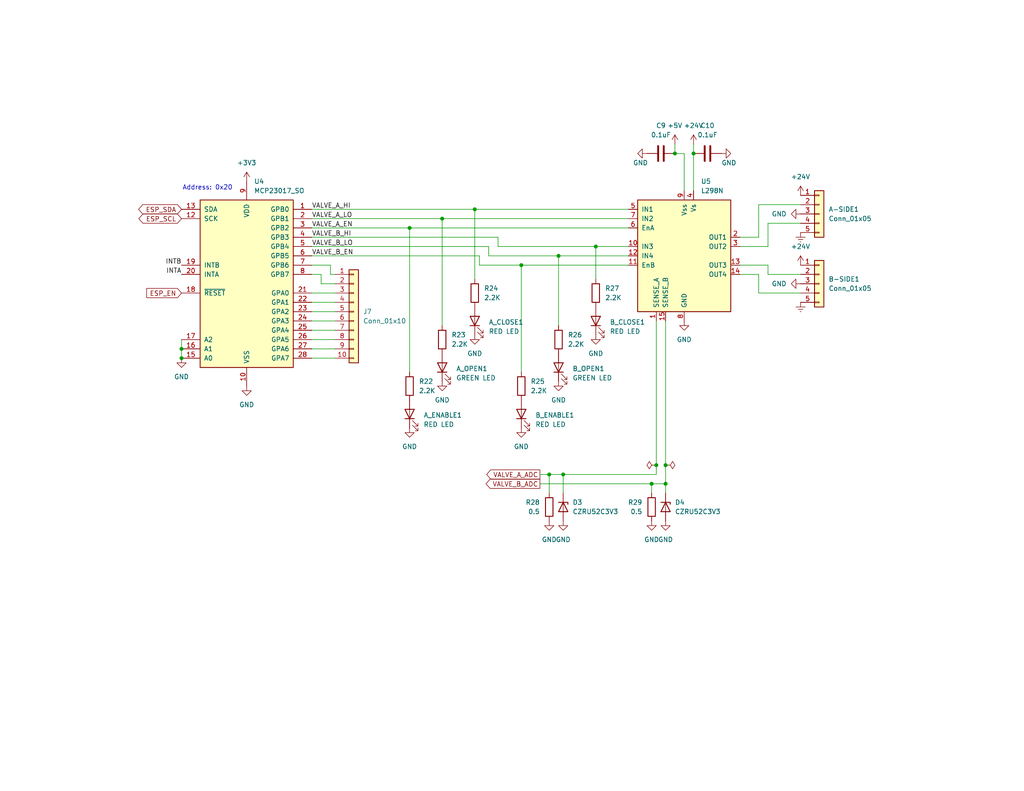
<source format=kicad_sch>
(kicad_sch (version 20211123) (generator eeschema)
  (paper "A")
  (title_block (title "Valve Control") (date "2022-10-17") (rev "1") (company "i3Detroit"))
  (lib_symbols
    (symbol "Connector_Generic:Conn_01x05" (pin_names (offset 1.016) hide)
      (property "Reference" "J" (at 0 7.62 0))
      (property "Value" "Conn_01x05" (at 0 -7.62 0))
      (symbol "Conn_01x05_1_1"
        (rectangle (start -1.27 -4.953) (end 0 -5.207) (stroke (width 0.1524)))
        (rectangle (start -1.27 -2.413) (end 0 -2.667) (stroke (width 0.1524)))
        (rectangle (start -1.27 0.127) (end 0 -0.127) (stroke (width 0.1524)))
        (rectangle (start -1.27 2.667) (end 0 2.413) (stroke (width 0.1524)))
        (rectangle (start -1.27 5.207) (end 0 4.953) (stroke (width 0.1524)))
        (rectangle (start -1.27 6.35) (end 1.27 -6.35) (stroke (width 0.254)) (fill (type background)))
        (pin passive line (at -5.08 5.08 0) (length 3.81) (name "Pin_1") (number "1"))
        (pin passive line (at -5.08 2.54 0) (length 3.81) (name "Pin_2") (number "2"))
        (pin passive line (at -5.08 0 0) (length 3.81) (name "Pin_3") (number "3"))
        (pin passive line (at -5.08 -2.54 0) (length 3.81) (name "Pin_4") (number "4"))
        (pin passive line (at -5.08 -5.08 0) (length 3.81) (name "Pin_5") (number "5"))
      )
    )
    (symbol "Connector_Generic:Conn_01x10" (pin_names (offset 1.016) hide)
      (property "Reference" "J" (at 0 12.7 0))
      (property "Value" "Conn_01x10" (at 0 -15.24 0))
      (symbol "Conn_01x10_1_1"
        (rectangle (start -1.27 -12.573) (end 0 -12.827) (stroke (width 0.1524)))
        (rectangle (start -1.27 -10.033) (end 0 -10.287) (stroke (width 0.1524)))
        (rectangle (start -1.27 -7.493) (end 0 -7.747) (stroke (width 0.1524)))
        (rectangle (start -1.27 -4.953) (end 0 -5.207) (stroke (width 0.1524)))
        (rectangle (start -1.27 -2.413) (end 0 -2.667) (stroke (width 0.1524)))
        (rectangle (start -1.27 0.127) (end 0 -0.127) (stroke (width 0.1524)))
        (rectangle (start -1.27 2.667) (end 0 2.413) (stroke (width 0.1524)))
        (rectangle (start -1.27 5.207) (end 0 4.953) (stroke (width 0.1524)))
        (rectangle (start -1.27 7.747) (end 0 7.493) (stroke (width 0.1524)))
        (rectangle (start -1.27 10.287) (end 0 10.033) (stroke (width 0.1524)))
        (rectangle (start -1.27 11.43) (end 1.27 -13.97) (stroke (width 0.254)) (fill (type background)))
        (pin passive line (at -5.08 10.16 0) (length 3.81) (name "Pin_1") (number "1"))
        (pin passive line (at -5.08 -12.7 0) (length 3.81) (name "Pin_10") (number "10"))
        (pin passive line (at -5.08 7.62 0) (length 3.81) (name "Pin_2") (number "2"))
        (pin passive line (at -5.08 5.08 0) (length 3.81) (name "Pin_3") (number "3"))
        (pin passive line (at -5.08 2.54 0) (length 3.81) (name "Pin_4") (number "4"))
        (pin passive line (at -5.08 0 0) (length 3.81) (name "Pin_5") (number "5"))
        (pin passive line (at -5.08 -2.54 0) (length 3.81) (name "Pin_6") (number "6"))
        (pin passive line (at -5.08 -5.08 0) (length 3.81) (name "Pin_7") (number "7"))
        (pin passive line (at -5.08 -7.62 0) (length 3.81) (name "Pin_8") (number "8"))
        (pin passive line (at -5.08 -10.16 0) (length 3.81) (name "Pin_9") (number "9"))
      )
    )
    (symbol "Device:C" (pin_numbers hide) (pin_names (offset 0.254))
      (property "Reference" "C" (at 0.635 2.54 0))
      (property "Value" "C" (at 0.635 -2.54 0))
      (symbol "C_0_1"
        (polyline (pts (xy -2.032 -0.762) (xy 2.032 -0.762)) (stroke (width 0.508)))
        (polyline (pts (xy -2.032 0.762) (xy 2.032 0.762)) (stroke (width 0.508)))
      )
      (symbol "C_1_1"
        (pin passive line (at 0 3.81 270) (length 2.794) (name "~") (number "1"))
        (pin passive line (at 0 -3.81 90) (length 2.794) (name "~") (number "2"))
      )
    )
    (symbol "Device:D_Zener" (pin_numbers hide) (pin_names (offset 1.016) hide)
      (property "Reference" "D" (at 0 2.54 0))
      (property "Value" "D_Zener" (at 0 -2.54 0))
      (symbol "D_Zener_0_1"
        (polyline (pts (xy 1.27 0) (xy -1.27 0)))
        (polyline (pts (xy -1.27 -1.27) (xy -1.27 1.27) (xy -0.762 1.27)) (stroke (width 0.254)))
        (polyline (pts (xy 1.27 -1.27) (xy 1.27 1.27) (xy -1.27 0) (xy 1.27 -1.27)) (stroke (width 0.254)))
      )
      (symbol "D_Zener_1_1"
        (pin passive line (at -3.81 0 0) (length 2.54) (name "K") (number "1"))
        (pin passive line (at 3.81 0 180) (length 2.54) (name "A") (number "2"))
      )
    )
    (symbol "Device:LED" (pin_numbers hide) (pin_names (offset 1.016) hide)
      (property "Reference" "D" (at 0 2.54 0))
      (property "Value" "LED" (at 0 -2.54 0))
      (symbol "LED_0_1"
        (polyline (pts (xy -1.27 -1.27) (xy -1.27 1.27)) (stroke (width 0.254)))
        (polyline (pts (xy -1.27 0) (xy 1.27 0)))
        (polyline (pts (xy 1.27 -1.27) (xy 1.27 1.27) (xy -1.27 0) (xy 1.27 -1.27)) (stroke (width 0.254)))
        (polyline (pts (xy -3.048 -0.762) (xy -4.572 -2.286) (xy -3.81 -2.286) (xy -4.572 -2.286) (xy -4.572 -1.524)))
        (polyline (pts (xy -1.778 -0.762) (xy -3.302 -2.286) (xy -2.54 -2.286) (xy -3.302 -2.286) (xy -3.302 -1.524)))
      )
      (symbol "LED_1_1"
        (pin passive line (at -3.81 0 0) (length 2.54) (name "K") (number "1"))
        (pin passive line (at 3.81 0 180) (length 2.54) (name "A") (number "2"))
      )
    )
    (symbol "Device:R" (pin_numbers hide) (pin_names (offset 0))
      (property "Reference" "R" (at 2.032 0 90))
      (property "Value" "R" (at 0 0 90))
      (symbol "R_0_1"
        (rectangle (start -1.016 -2.54) (end 1.016 2.54) (stroke (width 0.254)))
      )
      (symbol "R_1_1"
        (pin passive line (at 0 3.81 270) (length 1.27) (name "~") (number "1"))
        (pin passive line (at 0 -3.81 90) (length 1.27) (name "~") (number "2"))
      )
    )
    (symbol "Driver_Motor:L298N" (pin_names (offset 1.016))
      (property "Reference" "U" (at -10.16 16.51 0))
      (property "Value" "L298N" (at 12.7 16.51 0))
      (symbol "L298N_0_1"
        (rectangle (start -12.7 15.24) (end 12.7 -15.24) (stroke (width 0.254)) (fill (type background)))
      )
      (symbol "L298N_1_1"
        (pin power_in line (at -7.62 -17.78 90) (length 2.54) (name "SENSE_A") (number "1"))
        (pin input line (at -15.24 2.54 0) (length 2.54) (name "IN3") (number "10"))
        (pin input line (at -15.24 -2.54 0) (length 2.54) (name "EnB") (number "11"))
        (pin input line (at -15.24 0 0) (length 2.54) (name "IN4") (number "12"))
        (pin output line (at 15.24 -2.54 180) (length 2.54) (name "OUT3") (number "13"))
        (pin output line (at 15.24 -5.08 180) (length 2.54) (name "OUT4") (number "14"))
        (pin power_in line (at -5.08 -17.78 90) (length 2.54) (name "SENSE_B") (number "15"))
        (pin output line (at 15.24 5.08 180) (length 2.54) (name "OUT1") (number "2"))
        (pin output line (at 15.24 2.54 180) (length 2.54) (name "OUT2") (number "3"))
        (pin power_in line (at 2.54 17.78 270) (length 2.54) (name "Vs") (number "4"))
        (pin input line (at -15.24 12.7 0) (length 2.54) (name "IN1") (number "5"))
        (pin input line (at -15.24 7.62 0) (length 2.54) (name "EnA") (number "6"))
        (pin input line (at -15.24 10.16 0) (length 2.54) (name "IN2") (number "7"))
        (pin power_in line (at 0 -17.78 90) (length 2.54) (name "GND") (number "8"))
        (pin power_in line (at 0 17.78 270) (length 2.54) (name "Vss") (number "9"))
      )
    )
    (symbol "Interface_Expansion:MCP23017_SO" (pin_names (offset 1.016))
      (property "Reference" "U" (at -11.43 24.13 0))
      (property "Value" "MCP23017_SO" (at 0 0 0))
      (symbol "MCP23017_SO_0_1"
        (rectangle (start -12.7 22.86) (end 12.7 -22.86) (stroke (width 0.254)) (fill (type background)))
      )
      (symbol "MCP23017_SO_1_1"
        (pin bidirectional line (at 17.78 20.32 180) (length 5.08) (name "GPB0") (number "1"))
        (pin power_in line (at 0 -27.94 90) (length 5.08) (name "VSS") (number "10"))
        (pin no_connect line (at -12.7 15.24 0) (length 5.08) hide (name "NC") (number "11"))
        (pin input line (at -17.78 17.78 0) (length 5.08) (name "SCK") (number "12"))
        (pin bidirectional line (at -17.78 20.32 0) (length 5.08) (name "SDA") (number "13"))
        (pin no_connect line (at -12.7 12.7 0) (length 5.08) hide (name "NC") (number "14"))
        (pin input line (at -17.78 -20.32 0) (length 5.08) (name "A0") (number "15"))
        (pin input line (at -17.78 -17.78 0) (length 5.08) (name "A1") (number "16"))
        (pin input line (at -17.78 -15.24 0) (length 5.08) (name "A2") (number "17"))
        (pin input line (at -17.78 -2.54 0) (length 5.08) (name "~{RESET}") (number "18"))
        (pin tri_state line (at -17.78 5.08 0) (length 5.08) (name "INTB") (number "19"))
        (pin bidirectional line (at 17.78 17.78 180) (length 5.08) (name "GPB1") (number "2"))
        (pin tri_state line (at -17.78 2.54 0) (length 5.08) (name "INTA") (number "20"))
        (pin bidirectional line (at 17.78 -2.54 180) (length 5.08) (name "GPA0") (number "21"))
        (pin bidirectional line (at 17.78 -5.08 180) (length 5.08) (name "GPA1") (number "22"))
        (pin bidirectional line (at 17.78 -7.62 180) (length 5.08) (name "GPA2") (number "23"))
        (pin bidirectional line (at 17.78 -10.16 180) (length 5.08) (name "GPA3") (number "24"))
        (pin bidirectional line (at 17.78 -12.7 180) (length 5.08) (name "GPA4") (number "25"))
        (pin bidirectional line (at 17.78 -15.24 180) (length 5.08) (name "GPA5") (number "26"))
        (pin bidirectional line (at 17.78 -17.78 180) (length 5.08) (name "GPA6") (number "27"))
        (pin bidirectional line (at 17.78 -20.32 180) (length 5.08) (name "GPA7") (number "28"))
        (pin bidirectional line (at 17.78 15.24 180) (length 5.08) (name "GPB2") (number "3"))
        (pin bidirectional line (at 17.78 12.7 180) (length 5.08) (name "GPB3") (number "4"))
        (pin bidirectional line (at 17.78 10.16 180) (length 5.08) (name "GPB4") (number "5"))
        (pin bidirectional line (at 17.78 7.62 180) (length 5.08) (name "GPB5") (number "6"))
        (pin bidirectional line (at 17.78 5.08 180) (length 5.08) (name "GPB6") (number "7"))
        (pin bidirectional line (at 17.78 2.54 180) (length 5.08) (name "GPB7") (number "8"))
        (pin power_in line (at 0 27.94 270) (length 5.08) (name "VDD") (number "9"))
      )
    )
    (symbol "power:+24V" (power) (pin_names (offset 0))
      (property "Value" "+24V" (at 0 3.556 0))
      (symbol "+24V_0_1"
        (polyline (pts (xy -0.762 1.27) (xy 0 2.54)))
        (polyline (pts (xy 0 0) (xy 0 2.54)))
        (polyline (pts (xy 0 2.54) (xy 0.762 1.27)))
      )
      (symbol "+24V_1_1"
        (pin power_in line (at 0 0 90) (length 0) hide (name "+24V") (number "1"))
      )
    )
    (symbol "power:+3V3" (power) (pin_names (offset 0))
      (property "Value" "+3V3" (at 0 3.556 0))
      (symbol "+3V3_0_1"
        (polyline (pts (xy -0.762 1.27) (xy 0 2.54)))
        (polyline (pts (xy 0 0) (xy 0 2.54)))
        (polyline (pts (xy 0 2.54) (xy 0.762 1.27)))
      )
      (symbol "+3V3_1_1"
        (pin power_in line (at 0 0 90) (length 0) hide (name "+3V3") (number "1"))
      )
    )
    (symbol "power:+5V" (power) (pin_names (offset 0))
      (property "Value" "+5V" (at 0 3.556 0))
      (symbol "+5V_0_1"
        (polyline (pts (xy -0.762 1.27) (xy 0 2.54)))
        (polyline (pts (xy 0 0) (xy 0 2.54)))
        (polyline (pts (xy 0 2.54) (xy 0.762 1.27)))
      )
      (symbol "+5V_1_1"
        (pin power_in line (at 0 0 90) (length 0) hide (name "+5V") (number "1"))
      )
    )
    (symbol "power:Earth" (power) (pin_names (offset 0))
      (symbol "Earth_0_1"
        (polyline (pts (xy -0.635 -1.905) (xy 0.635 -1.905)))
        (polyline (pts (xy -0.127 -2.54) (xy 0.127 -2.54)))
        (polyline (pts (xy 0 -1.27) (xy 0 0)))
        (polyline (pts (xy 1.27 -1.27) (xy -1.27 -1.27)))
      )
      (symbol "Earth_1_1"
        (pin power_in line (at 0 0 270) (length 0) hide (name "Earth") (number "1"))
      )
    )
    (symbol "power:GND" (power) (pin_names (offset 0))
      (property "Value" "GND" (at 0 -3.81 0))
      (symbol "GND_0_1"
        (polyline (pts (xy 0 0) (xy 0 -1.27) (xy 1.27 -1.27) (xy 0 -2.54) (xy -1.27 -1.27) (xy 0 -1.27)))
      )
      (symbol "GND_1_1"
        (pin power_in line (at 0 0 270) (length 0) hide (name "GND") (number "1"))
      )
    )
    (symbol "power:PWR_FLAG" (power) (pin_numbers hide) (pin_names (offset 0) hide)
      (property "Value" "PWR_FLAG" (at 0 3.81 0))
      (symbol "PWR_FLAG_0_0"
        (pin power_out line (at 0 0 90) (length 0) (name "pwr") (number "1"))
      )
      (symbol "PWR_FLAG_0_1"
        (polyline (pts (xy 0 0) (xy 0 1.27) (xy -1.016 1.905) (xy 0 2.54) (xy 1.016 1.905) (xy 0 1.27)))
      )
    )
  )
  (junction (at 49.53 97.79))
  (junction (at 153.67 129.54))
  (junction (at 181.61 127))
  (junction (at 129.54 57.15))
  (junction (at 149.86 129.54))
  (junction (at 179.07 127))
  (junction (at 177.8 132.08))
  (junction (at 181.61 132.08))
  (junction (at 152.4 69.85))
  (junction (at 162.56 67.31))
  (junction (at 111.76 62.23))
  (junction (at 142.24 72.39))
  (junction (at 184.15 41.91))
  (junction (at 120.65 59.69))
  (junction (at 189.23 41.91))
  (junction (at 49.53 95.25))
  (wire (pts (xy 201.93 67.31) (xy 209.55 67.31)))
  (wire (pts (xy 135.89 67.31) (xy 162.56 67.31)))
  (wire (pts (xy 201.93 64.77) (xy 207.01 64.77)))
  (wire (pts (xy 85.09 97.79) (xy 91.44 97.79)))
  (wire (pts (xy 209.55 60.96) (xy 218.44 60.96)))
  (wire (pts (xy 142.24 72.39) (xy 171.45 72.39)))
  (wire (pts (xy 207.01 80.01) (xy 207.01 74.93)))
  (wire (pts (xy 133.35 69.85) (xy 152.4 69.85)))
  (wire (pts (xy 162.56 67.31) (xy 171.45 67.31)))
  (wire (pts (xy 85.09 62.23) (xy 111.76 62.23)))
  (wire (pts (xy 90.17 74.93) (xy 90.17 72.39)))
  (wire (pts (xy 207.01 55.88) (xy 207.01 64.77)))
  (wire (pts (xy 85.09 64.77) (xy 135.89 64.77)))
  (wire (pts (xy 91.44 77.47) (xy 87.63 77.47)))
  (wire (pts (xy 153.67 129.54) (xy 153.67 134.62)))
  (wire (pts (xy 129.54 57.15) (xy 171.45 57.15)))
  (wire (pts (xy 85.09 92.71) (xy 91.44 92.71)))
  (wire (pts (xy 177.8 134.62) (xy 177.8 132.08)))
  (wire (pts (xy 184.15 39.37) (xy 184.15 41.91)))
  (wire (pts (xy 133.35 67.31) (xy 85.09 67.31)))
  (wire (pts (xy 149.86 129.54) (xy 153.67 129.54)))
  (wire (pts (xy 91.44 74.93) (xy 90.17 74.93)))
  (wire (pts (xy 85.09 85.09) (xy 91.44 85.09)))
  (wire (pts (xy 120.65 59.69) (xy 171.45 59.69)))
  (wire (pts (xy 152.4 69.85) (xy 171.45 69.85)))
  (wire (pts (xy 147.32 129.54) (xy 149.86 129.54)))
  (wire (pts (xy 209.55 67.31) (xy 209.55 60.96)))
  (wire (pts (xy 135.89 67.31) (xy 135.89 64.77)))
  (wire (pts (xy 218.44 74.93) (xy 209.55 74.93)))
  (wire (pts (xy 218.44 80.01) (xy 207.01 80.01)))
  (wire (pts (xy 85.09 82.55) (xy 91.44 82.55)))
  (wire (pts (xy 181.61 87.63) (xy 181.61 127)))
  (wire (pts (xy 130.81 72.39) (xy 142.24 72.39)))
  (wire (pts (xy 177.8 132.08) (xy 181.61 132.08)))
  (wire (pts (xy 218.44 55.88) (xy 207.01 55.88)))
  (wire (pts (xy 85.09 87.63) (xy 91.44 87.63)))
  (wire (pts (xy 209.55 74.93) (xy 209.55 72.39)))
  (wire (pts (xy 152.4 69.85) (xy 152.4 88.9)))
  (wire (pts (xy 162.56 67.31) (xy 162.56 76.2)))
  (wire (pts (xy 209.55 72.39) (xy 201.93 72.39)))
  (wire (pts (xy 85.09 90.17) (xy 91.44 90.17)))
  (wire (pts (xy 85.09 80.01) (xy 91.44 80.01)))
  (wire (pts (xy 85.09 72.39) (xy 90.17 72.39)))
  (wire (pts (xy 85.09 57.15) (xy 129.54 57.15)))
  (wire (pts (xy 184.15 41.91) (xy 186.69 41.91)))
  (wire (pts (xy 189.23 39.37) (xy 189.23 41.91)))
  (wire (pts (xy 49.53 92.71) (xy 49.53 95.25)))
  (wire (pts (xy 142.24 72.39) (xy 142.24 101.6)))
  (wire (pts (xy 130.81 72.39) (xy 130.81 69.85)))
  (wire (pts (xy 201.93 74.93) (xy 207.01 74.93)))
  (wire (pts (xy 189.23 41.91) (xy 189.23 52.07)))
  (wire (pts (xy 130.81 69.85) (xy 85.09 69.85)))
  (wire (pts (xy 85.09 74.93) (xy 87.63 74.93)))
  (wire (pts (xy 179.07 127) (xy 179.07 129.54)))
  (wire (pts (xy 153.67 129.54) (xy 179.07 129.54)))
  (wire (pts (xy 181.61 132.08) (xy 181.61 134.62)))
  (wire (pts (xy 87.63 77.47) (xy 87.63 74.93)))
  (wire (pts (xy 111.76 62.23) (xy 111.76 101.6)))
  (wire (pts (xy 120.65 59.69) (xy 120.65 88.9)))
  (wire (pts (xy 49.53 95.25) (xy 49.53 97.79)))
  (wire (pts (xy 181.61 127) (xy 181.61 132.08)))
  (wire (pts (xy 85.09 95.25) (xy 91.44 95.25)))
  (wire (pts (xy 179.07 87.63) (xy 179.07 127)))
  (wire (pts (xy 85.09 59.69) (xy 120.65 59.69)))
  (wire (pts (xy 186.69 41.91) (xy 186.69 52.07)))
  (wire (pts (xy 147.32 132.08) (xy 177.8 132.08)))
  (wire (pts (xy 149.86 129.54) (xy 149.86 134.62)))
  (wire (pts (xy 133.35 69.85) (xy 133.35 67.31)))
  (wire (pts (xy 111.76 62.23) (xy 171.45 62.23)))
  (wire (pts (xy 129.54 57.15) (xy 129.54 76.2)))
  (text "Address: 0x20" (at 63.5 52.07 180) (effects (font (size 1.27 1.27)) (justify right bottom)))
  (label "INTA" (at 49.53 74.93 180))
  (label "VALVE_A_LO" (at 85.09 59.69 0))
  (label "VALVE_B_HI" (at 85.09 64.77 0))
  (label "VALVE_A_HI" (at 85.09 57.15 0))
  (label "VALVE_B_EN" (at 85.09 69.85 0))
  (label "VALVE_B_LO" (at 85.09 67.31 0))
  (label "VALVE_A_EN" (at 85.09 62.23 0))
  (label "INTB" (at 49.53 72.39 180))
  (global_label "VALVE_B_ADC" (shape output) (at 147.32 132.08 180) (property "Intersheet References" "${INTERSHEET_REFS}" (at 132.6302 132.0006 0) (effects (justify right))))
  (global_label "ESP_SDA" (shape bidirectional) (at 49.53 57.15 180) (property "Intersheet References" "${INTERSHEET_REFS}" (at 38.9526 57.0706 0) (effects (justify right))))
  (global_label "ESP_SCL" (shape bidirectional) (at 49.53 59.69 180) (property "Intersheet References" "${INTERSHEET_REFS}" (at 39.0131 59.6106 0) (effects (justify right))))
  (global_label "ESP_EN" (shape input) (at 49.53 80.01 180) (property "Intersheet References" "${INTERSHEET_REFS}" (at 40.0412 79.9306 0) (effects (justify right))))
  (global_label "VALVE_A_ADC" (shape output) (at 147.32 129.54 180) (property "Intersheet References" "${INTERSHEET_REFS}" (at 132.8117 129.4606 0) (effects (justify right))))
  (symbol (lib_id "Device:LED") (at 142.24 113.03 90) (unit 1)
    (property "Reference" "B_ENABLE1" (at 146.05 113.3474 90) (effects (justify right)))
    (property "Value" "RED LED" (at 146.05 115.8874 90) (effects (justify right)))
    (property "Footprint" "LED_SMD:LED_0603_1608Metric" (effects hide))
  )
  (symbol (lib_id "Device:R") (at 120.65 92.71 180) (unit 1)
    (property "Reference" "R23" (at 123.19 91.4399 0) (effects (justify right)))
    (property "Value" "2.2K" (at 123.19 93.9799 0) (effects (justify right)))
    (property "Footprint" "Resistor_SMD:R_0603_1608Metric" (effects hide))
  )
  (symbol (lib_id "Device:D_Zener") (at 153.67 138.43 270) (unit 1)
    (property "Reference" "D3" (at 156.21 137.1599 90) (effects (justify left)))
    (property "Value" "CZRU52C3V3" (at 156.21 139.6999 90) (effects (justify left)))
    (property "Footprint" "Diode_SMD:D_SOD-523" (effects hide))
  )
  (symbol (lib_id "power:GND") (at 196.85 41.91 90) (unit 1)
    (property "Reference" "#PWR071" (effects hide))
    (property "Value" "GND" (at 196.85 44.45 90) (effects (justify right)))
  )
  (symbol (lib_id "power:+24V") (at 218.44 53.34 0) (unit 1)
    (property "Reference" "#PWR072" (effects hide))
    (property "Value" "+24V" (at 218.44 48.26 0))
  )
  (symbol (lib_id "power:GND") (at 67.31 105.41 0) (unit 1)
    (property "Reference" "#PWR058" (effects hide))
    (property "Value" "GND" (at 67.31 110.49 0))
  )
  (symbol (lib_id "Connector_Generic:Conn_01x10") (at 96.52 85.09 0) (unit 1)
    (property "Reference" "J7" (at 99.06 85.0899 0) (effects (justify left)))
    (property "Value" "Conn_01x10" (at 99.06 87.6299 0) (effects (justify left)))
    (property "Footprint" "Connector_PinHeader_2.54mm:PinHeader_1x10_P2.54mm_Vertical" (effects hide))
  )
  (symbol (lib_id "power:+5V") (at 184.15 39.37 0) (unit 1)
    (property "Reference" "#PWR068" (effects hide))
    (property "Value" "+5V" (at 184.15 34.29 0))
  )
  (symbol (lib_id "power:GND") (at 162.56 91.44 0) (unit 1)
    (property "Reference" "#PWR064" (effects hide))
    (property "Value" "GND" (at 162.56 96.52 0))
  )
  (symbol (lib_id "power:GND") (at 149.86 142.24 0) (unit 1)
    (property "Reference" "#PWR065" (effects hide))
    (property "Value" "GND" (at 149.86 147.32 0))
  )
  (symbol (lib_id "Device:R") (at 142.24 105.41 180) (unit 1)
    (property "Reference" "R25" (at 144.78 104.1399 0) (effects (justify right)))
    (property "Value" "2.2K" (at 144.78 106.6799 0) (effects (justify right)))
    (property "Footprint" "Resistor_SMD:R_0603_1608Metric" (effects hide))
  )
  (symbol (lib_id "Device:LED") (at 152.4 100.33 90) (unit 1)
    (property "Reference" "B_OPEN1" (at 156.21 100.6474 90) (effects (justify right)))
    (property "Value" "GREEN LED" (at 156.21 103.1874 90) (effects (justify right)))
    (property "Footprint" "LED_SMD:LED_0603_1608Metric" (effects hide))
  )
  (symbol (lib_id "Device:D_Zener") (at 181.61 138.43 270) (unit 1)
    (property "Reference" "D4" (at 184.15 137.1599 90) (effects (justify left)))
    (property "Value" "CZRU52C3V3" (at 184.15 139.6999 90) (effects (justify left)))
    (property "Footprint" "Diode_SMD:D_SOD-523" (effects hide))
  )
  (symbol (lib_id "Device:LED") (at 111.76 113.03 90) (unit 1)
    (property "Reference" "A_ENABLE1" (at 115.57 113.3474 90) (effects (justify right)))
    (property "Value" "RED LED" (at 115.57 115.8874 90) (effects (justify right)))
    (property "Footprint" "LED_SMD:LED_0603_1608Metric" (effects hide))
  )
  (symbol (lib_id "Device:R") (at 149.86 138.43 0) (mirror x) (unit 1)
    (property "Reference" "R28" (at 147.32 137.1599 0) (effects (justify right)))
    (property "Value" "0.5" (at 147.32 139.6999 0) (effects (justify right)))
    (property "Footprint" "Resistor_SMD:R_1206_3216Metric" (effects hide))
  )
  (symbol (lib_id "power:GND") (at 120.65 104.14 0) (unit 1)
    (property "Reference" "#PWR060" (effects hide))
    (property "Value" "GND" (at 120.65 109.22 0))
  )
  (symbol (lib_id "power:GND") (at 111.76 116.84 0) (unit 1)
    (property "Reference" "#PWR059" (effects hide))
    (property "Value" "GND" (at 111.76 121.92 0))
  )
  (symbol (lib_id "Device:R") (at 129.54 80.01 180) (unit 1)
    (property "Reference" "R24" (at 132.08 78.7399 0) (effects (justify right)))
    (property "Value" "2.2K" (at 132.08 81.2799 0) (effects (justify right)))
    (property "Footprint" "Resistor_SMD:R_0603_1608Metric" (effects hide))
  )
  (symbol (lib_id "Connector_Generic:Conn_01x05") (at 223.52 77.47 0) (unit 1)
    (property "Reference" "B-SIDE1" (at 226.06 76.1999 0) (effects (justify left)))
    (property "Value" "Conn_01x05" (at 226.06 78.7399 0) (effects (justify left)))
    (property "Footprint" "Connector_JST:JST_PH_B5B-PH-K_1x05_P2.00mm_Vertical" (effects hide))
  )
  (symbol (lib_id "power:GND") (at 129.54 91.44 0) (unit 1)
    (property "Reference" "#PWR061" (effects hide))
    (property "Value" "GND" (at 129.54 96.52 0))
  )
  (symbol (lib_id "Device:LED") (at 129.54 87.63 90) (unit 1)
    (property "Reference" "A_CLOSE1" (at 133.35 87.9474 90) (effects (justify right)))
    (property "Value" "RED LED" (at 133.35 90.4874 90) (effects (justify right)))
    (property "Footprint" "LED_SMD:LED_0603_1608Metric" (effects hide))
  )
  (symbol (lib_id "power:GND") (at 176.53 41.91 270) (unit 1)
    (property "Reference" "#PWR066" (effects hide))
    (property "Value" "GND" (at 172.72 44.45 90) (effects (justify left)))
  )
  (symbol (lib_id "power:+3V3") (at 67.31 49.53 0) (unit 1)
    (property "Reference" "#PWR057" (effects hide))
    (property "Value" "+3V3" (at 67.31 44.45 0))
  )
  (symbol (lib_id "power:GND") (at 49.53 97.79 0) (unit 1)
    (property "Reference" "#PWR056" (effects hide))
    (property "Value" "GND" (at 49.53 102.87 0))
  )
  (symbol (lib_id "power:GND") (at 142.24 116.84 0) (unit 1)
    (property "Reference" "#PWR062" (effects hide))
    (property "Value" "GND" (at 142.24 121.92 0))
  )
  (symbol (lib_id "power:GND") (at 153.67 142.24 0) (unit 1)
    (property "Reference" "#PWR092" (effects hide))
    (property "Value" "GND" (at 153.67 147.32 0))
  )
  (symbol (lib_id "power:GND") (at 218.44 58.42 270) (unit 1)
    (property "Reference" "#PWR073" (effects hide))
    (property "Value" "GND" (at 214.63 58.4199 90) (effects (justify right)))
  )
  (symbol (lib_id "power:GND") (at 218.44 77.47 270) (unit 1)
    (property "Reference" "#PWR076" (effects hide))
    (property "Value" "GND" (at 214.63 77.4699 90) (effects (justify right)))
  )
  (symbol (lib_id "power:+24V") (at 218.44 72.39 0) (unit 1)
    (property "Reference" "#PWR075" (effects hide))
    (property "Value" "+24V" (at 218.44 67.31 0))
  )
  (symbol (lib_id "power:+24V") (at 189.23 39.37 0) (unit 1)
    (property "Reference" "#PWR070" (effects hide))
    (property "Value" "+24V" (at 189.23 34.29 0))
  )
  (symbol (lib_id "Driver_Motor:L298N") (at 186.69 69.85 0) (unit 1)
    (property "Reference" "U5" (at 191.2494 49.53 0) (effects (justify left)))
    (property "Value" "L298N" (at 191.2494 52.07 0) (effects (justify left)))
    (property "Footprint" "Package_TO_SOT_THT:TO-220-15_P2.54x2.54mm_StaggerOdd_Lead4.58mm_Vertical" (effects hide))
    (property "Datasheet" "http://www.st.com/st-web-ui/static/active/en/resource/technical/document/datasheet/CD00000240.pdf" (effects hide))
  )
  (symbol (lib_id "power:PWR_FLAG") (at 181.61 127 270) (unit 1)
    (property "Reference" "#FLG0104" (effects hide))
    (property "Value" "PWR_FLAG" (effects hide))
  )
  (symbol (lib_id "power:Earth") (at 218.44 82.55 0) (unit 1)
    (property "Reference" "#PWR077" (effects hide))
    (property "Value" "Earth" (effects hide))
  )
  (symbol (lib_id "Connector_Generic:Conn_01x05") (at 223.52 58.42 0) (unit 1)
    (property "Reference" "A-SIDE1" (at 226.06 57.1499 0) (effects (justify left)))
    (property "Value" "Conn_01x05" (at 226.06 59.6899 0) (effects (justify left)))
    (property "Footprint" "Connector_JST:JST_PH_B5B-PH-K_1x05_P2.00mm_Vertical" (effects hide))
  )
  (symbol (lib_id "power:GND") (at 177.8 142.24 0) (unit 1)
    (property "Reference" "#PWR067" (effects hide))
    (property "Value" "GND" (at 177.8 147.32 0))
  )
  (symbol (lib_id "Device:LED") (at 120.65 100.33 90) (unit 1)
    (property "Reference" "A_OPEN1" (at 124.46 100.6474 90) (effects (justify right)))
    (property "Value" "GREEN LED" (at 124.46 103.1874 90) (effects (justify right)))
    (property "Footprint" "LED_SMD:LED_0603_1608Metric" (effects hide))
  )
  (symbol (lib_id "Device:R") (at 162.56 80.01 180) (unit 1)
    (property "Reference" "R27" (at 165.1 78.7399 0) (effects (justify right)))
    (property "Value" "2.2K" (at 165.1 81.2799 0) (effects (justify right)))
    (property "Footprint" "Resistor_SMD:R_0603_1608Metric" (effects hide))
  )
  (symbol (lib_id "Device:R") (at 111.76 105.41 180) (unit 1)
    (property "Reference" "R22" (at 114.3 104.1399 0) (effects (justify right)))
    (property "Value" "2.2K" (at 114.3 106.6799 0) (effects (justify right)))
    (property "Footprint" "Resistor_SMD:R_0603_1608Metric" (effects hide))
  )
  (symbol (lib_id "Device:C") (at 180.34 41.91 90) (unit 1)
    (property "Reference" "C9" (at 180.34 34.29 90))
    (property "Value" "0.1uF" (at 180.34 36.83 90))
    (property "Footprint" "Capacitor_SMD:C_0603_1608Metric" (effects hide))
  )
  (symbol (lib_id "power:Earth") (at 218.44 63.5 0) (unit 1)
    (property "Reference" "#PWR074" (effects hide))
    (property "Value" "Earth" (effects hide))
  )
  (symbol (lib_id "power:PWR_FLAG") (at 179.07 127 90) (unit 1)
    (property "Reference" "#FLG0105" (effects hide))
    (property "Value" "PWR_FLAG" (effects hide))
  )
  (symbol (lib_id "Interface_Expansion:MCP23017_SO") (at 67.31 77.47 0) (unit 1)
    (property "Reference" "U4" (at 69.3294 49.53 0) (effects (justify left)))
    (property "Value" "MCP23017_SO" (at 69.3294 52.07 0) (effects (justify left)))
    (property "Footprint" "Package_SO:SOIC-28W_7.5x17.9mm_P1.27mm" (effects hide))
    (property "Datasheet" "http://ww1.microchip.com/downloads/en/DeviceDoc/20001952C.pdf" (effects hide))
  )
  (symbol (lib_id "Device:R") (at 177.8 138.43 0) (mirror x) (unit 1)
    (property "Reference" "R29" (at 175.26 137.1599 0) (effects (justify right)))
    (property "Value" "0.5" (at 175.26 139.6999 0) (effects (justify right)))
    (property "Footprint" "Resistor_SMD:R_1206_3216Metric" (effects hide))
  )
  (symbol (lib_id "power:GND") (at 186.69 87.63 0) (unit 1)
    (property "Reference" "#PWR069" (effects hide))
    (property "Value" "GND" (at 186.69 92.71 0))
  )
  (symbol (lib_id "power:GND") (at 152.4 104.14 0) (unit 1)
    (property "Reference" "#PWR063" (effects hide))
    (property "Value" "GND" (at 152.4 109.22 0))
  )
  (symbol (lib_id "Device:C") (at 193.04 41.91 90) (unit 1)
    (property "Reference" "C10" (at 193.04 34.29 90))
    (property "Value" "0.1uF" (at 193.04 36.83 90))
    (property "Footprint" "Capacitor_SMD:C_0603_1608Metric" (effects hide))
  )
  (symbol (lib_id "Device:LED") (at 162.56 87.63 90) (unit 1)
    (property "Reference" "B_CLOSE1" (at 166.37 87.9474 90) (effects (justify right)))
    (property "Value" "RED LED" (at 166.37 90.4874 90) (effects (justify right)))
    (property "Footprint" "LED_SMD:LED_0603_1608Metric" (effects hide))
  )
  (symbol (lib_id "power:GND") (at 181.61 142.24 0) (unit 1)
    (property "Reference" "#PWR093" (effects hide))
    (property "Value" "GND" (at 181.61 147.32 0))
  )
  (symbol (lib_id "Device:R") (at 152.4 92.71 180) (unit 1)
    (property "Reference" "R26" (at 154.94 91.4399 0) (effects (justify right)))
    (property "Value" "2.2K" (at 154.94 93.9799 0) (effects (justify right)))
    (property "Footprint" "Resistor_SMD:R_0603_1608Metric" (effects hide))
  )
)
</source>
